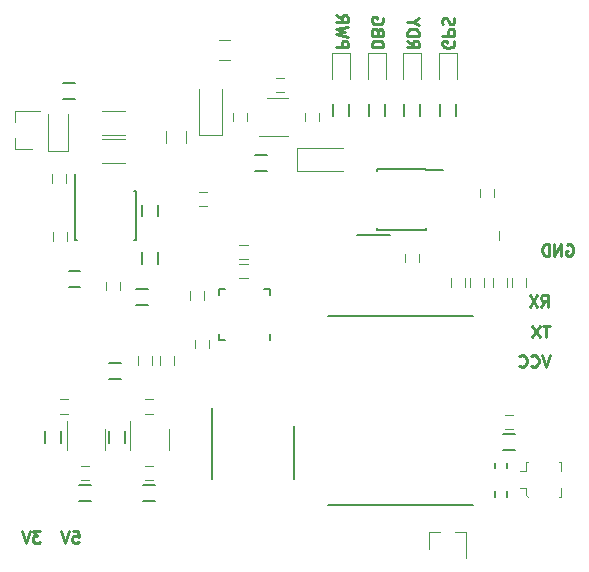
<source format=gbo>
G04 #@! TF.GenerationSoftware,KiCad,Pcbnew,(5.0.0)*
G04 #@! TF.CreationDate,2018-08-31T18:23:00+12:00*
G04 #@! TF.ProjectId,SimpleFC,53696D706C6546432E6B696361645F70,rev?*
G04 #@! TF.SameCoordinates,Original*
G04 #@! TF.FileFunction,Legend,Bot*
G04 #@! TF.FilePolarity,Positive*
%FSLAX46Y46*%
G04 Gerber Fmt 4.6, Leading zero omitted, Abs format (unit mm)*
G04 Created by KiCad (PCBNEW (5.0.0)) date 08/31/18 18:23:00*
%MOMM*%
%LPD*%
G01*
G04 APERTURE LIST*
%ADD10C,0.250000*%
%ADD11C,0.150000*%
%ADD12C,0.120000*%
%ADD13C,0.200000*%
G04 APERTURE END LIST*
D10*
X164000000Y-77675595D02*
X164047619Y-77770833D01*
X164047619Y-77913690D01*
X164000000Y-78056547D01*
X163904761Y-78151785D01*
X163809523Y-78199404D01*
X163619047Y-78247023D01*
X163476190Y-78247023D01*
X163285714Y-78199404D01*
X163190476Y-78151785D01*
X163095238Y-78056547D01*
X163047619Y-77913690D01*
X163047619Y-77818452D01*
X163095238Y-77675595D01*
X163142857Y-77627976D01*
X163476190Y-77627976D01*
X163476190Y-77818452D01*
X163047619Y-77199404D02*
X164047619Y-77199404D01*
X164047619Y-76818452D01*
X164000000Y-76723214D01*
X163952380Y-76675595D01*
X163857142Y-76627976D01*
X163714285Y-76627976D01*
X163619047Y-76675595D01*
X163571428Y-76723214D01*
X163523809Y-76818452D01*
X163523809Y-77199404D01*
X163095238Y-76247023D02*
X163047619Y-76104166D01*
X163047619Y-75866071D01*
X163095238Y-75770833D01*
X163142857Y-75723214D01*
X163238095Y-75675595D01*
X163333333Y-75675595D01*
X163428571Y-75723214D01*
X163476190Y-75770833D01*
X163523809Y-75866071D01*
X163571428Y-76056547D01*
X163619047Y-76151785D01*
X163666666Y-76199404D01*
X163761904Y-76247023D01*
X163857142Y-76247023D01*
X163952380Y-76199404D01*
X164000000Y-76151785D01*
X164047619Y-76056547D01*
X164047619Y-75818452D01*
X164000000Y-75675595D01*
X160047619Y-77627976D02*
X160523809Y-77961309D01*
X160047619Y-78199404D02*
X161047619Y-78199404D01*
X161047619Y-77818452D01*
X161000000Y-77723214D01*
X160952380Y-77675595D01*
X160857142Y-77627976D01*
X160714285Y-77627976D01*
X160619047Y-77675595D01*
X160571428Y-77723214D01*
X160523809Y-77818452D01*
X160523809Y-78199404D01*
X160047619Y-77199404D02*
X161047619Y-77199404D01*
X161047619Y-76961309D01*
X161000000Y-76818452D01*
X160904761Y-76723214D01*
X160809523Y-76675595D01*
X160619047Y-76627976D01*
X160476190Y-76627976D01*
X160285714Y-76675595D01*
X160190476Y-76723214D01*
X160095238Y-76818452D01*
X160047619Y-76961309D01*
X160047619Y-77199404D01*
X160523809Y-76008928D02*
X160047619Y-76008928D01*
X161047619Y-76342261D02*
X160523809Y-76008928D01*
X161047619Y-75675595D01*
X157047619Y-78199404D02*
X158047619Y-78199404D01*
X158047619Y-77961309D01*
X158000000Y-77818452D01*
X157904761Y-77723214D01*
X157809523Y-77675595D01*
X157619047Y-77627976D01*
X157476190Y-77627976D01*
X157285714Y-77675595D01*
X157190476Y-77723214D01*
X157095238Y-77818452D01*
X157047619Y-77961309D01*
X157047619Y-78199404D01*
X157571428Y-76866071D02*
X157523809Y-76723214D01*
X157476190Y-76675595D01*
X157380952Y-76627976D01*
X157238095Y-76627976D01*
X157142857Y-76675595D01*
X157095238Y-76723214D01*
X157047619Y-76818452D01*
X157047619Y-77199404D01*
X158047619Y-77199404D01*
X158047619Y-76866071D01*
X158000000Y-76770833D01*
X157952380Y-76723214D01*
X157857142Y-76675595D01*
X157761904Y-76675595D01*
X157666666Y-76723214D01*
X157619047Y-76770833D01*
X157571428Y-76866071D01*
X157571428Y-77199404D01*
X158000000Y-75675595D02*
X158047619Y-75770833D01*
X158047619Y-75913690D01*
X158000000Y-76056547D01*
X157904761Y-76151785D01*
X157809523Y-76199404D01*
X157619047Y-76247023D01*
X157476190Y-76247023D01*
X157285714Y-76199404D01*
X157190476Y-76151785D01*
X157095238Y-76056547D01*
X157047619Y-75913690D01*
X157047619Y-75818452D01*
X157095238Y-75675595D01*
X157142857Y-75627976D01*
X157476190Y-75627976D01*
X157476190Y-75818452D01*
X154047619Y-78199404D02*
X155047619Y-78199404D01*
X155047619Y-77818452D01*
X155000000Y-77723214D01*
X154952380Y-77675595D01*
X154857142Y-77627976D01*
X154714285Y-77627976D01*
X154619047Y-77675595D01*
X154571428Y-77723214D01*
X154523809Y-77818452D01*
X154523809Y-78199404D01*
X155047619Y-77294642D02*
X154047619Y-77056547D01*
X154761904Y-76866071D01*
X154047619Y-76675595D01*
X155047619Y-76437500D01*
X154047619Y-75485119D02*
X154523809Y-75818452D01*
X154047619Y-76056547D02*
X155047619Y-76056547D01*
X155047619Y-75675595D01*
X155000000Y-75580357D01*
X154952380Y-75532738D01*
X154857142Y-75485119D01*
X154714285Y-75485119D01*
X154619047Y-75532738D01*
X154571428Y-75580357D01*
X154523809Y-75675595D01*
X154523809Y-76056547D01*
X172142261Y-104252380D02*
X171808928Y-105252380D01*
X171475595Y-104252380D01*
X170570833Y-105157142D02*
X170618452Y-105204761D01*
X170761309Y-105252380D01*
X170856547Y-105252380D01*
X170999404Y-105204761D01*
X171094642Y-105109523D01*
X171142261Y-105014285D01*
X171189880Y-104823809D01*
X171189880Y-104680952D01*
X171142261Y-104490476D01*
X171094642Y-104395238D01*
X170999404Y-104300000D01*
X170856547Y-104252380D01*
X170761309Y-104252380D01*
X170618452Y-104300000D01*
X170570833Y-104347619D01*
X169570833Y-105157142D02*
X169618452Y-105204761D01*
X169761309Y-105252380D01*
X169856547Y-105252380D01*
X169999404Y-105204761D01*
X170094642Y-105109523D01*
X170142261Y-105014285D01*
X170189880Y-104823809D01*
X170189880Y-104680952D01*
X170142261Y-104490476D01*
X170094642Y-104395238D01*
X169999404Y-104300000D01*
X169856547Y-104252380D01*
X169761309Y-104252380D01*
X169618452Y-104300000D01*
X169570833Y-104347619D01*
X172142261Y-101752380D02*
X171570833Y-101752380D01*
X171856547Y-102752380D02*
X171856547Y-101752380D01*
X171332738Y-101752380D02*
X170666071Y-102752380D01*
X170666071Y-101752380D02*
X171332738Y-102752380D01*
X171427976Y-100152380D02*
X171761309Y-99676190D01*
X171999404Y-100152380D02*
X171999404Y-99152380D01*
X171618452Y-99152380D01*
X171523214Y-99200000D01*
X171475595Y-99247619D01*
X171427976Y-99342857D01*
X171427976Y-99485714D01*
X171475595Y-99580952D01*
X171523214Y-99628571D01*
X171618452Y-99676190D01*
X171999404Y-99676190D01*
X171094642Y-99152380D02*
X170427976Y-100152380D01*
X170427976Y-99152380D02*
X171094642Y-100152380D01*
X173575595Y-94900000D02*
X173670833Y-94852380D01*
X173813690Y-94852380D01*
X173956547Y-94900000D01*
X174051785Y-94995238D01*
X174099404Y-95090476D01*
X174147023Y-95280952D01*
X174147023Y-95423809D01*
X174099404Y-95614285D01*
X174051785Y-95709523D01*
X173956547Y-95804761D01*
X173813690Y-95852380D01*
X173718452Y-95852380D01*
X173575595Y-95804761D01*
X173527976Y-95757142D01*
X173527976Y-95423809D01*
X173718452Y-95423809D01*
X173099404Y-95852380D02*
X173099404Y-94852380D01*
X172527976Y-95852380D01*
X172527976Y-94852380D01*
X172051785Y-95852380D02*
X172051785Y-94852380D01*
X171813690Y-94852380D01*
X171670833Y-94900000D01*
X171575595Y-94995238D01*
X171527976Y-95090476D01*
X171480357Y-95280952D01*
X171480357Y-95423809D01*
X171527976Y-95614285D01*
X171575595Y-95709523D01*
X171670833Y-95804761D01*
X171813690Y-95852380D01*
X172051785Y-95852380D01*
X131757142Y-119152380D02*
X132233333Y-119152380D01*
X132280952Y-119628571D01*
X132233333Y-119580952D01*
X132138095Y-119533333D01*
X131900000Y-119533333D01*
X131804761Y-119580952D01*
X131757142Y-119628571D01*
X131709523Y-119723809D01*
X131709523Y-119961904D01*
X131757142Y-120057142D01*
X131804761Y-120104761D01*
X131900000Y-120152380D01*
X132138095Y-120152380D01*
X132233333Y-120104761D01*
X132280952Y-120057142D01*
X131423809Y-119152380D02*
X131090476Y-120152380D01*
X130757142Y-119152380D01*
X128995238Y-119152380D02*
X128376190Y-119152380D01*
X128709523Y-119533333D01*
X128566666Y-119533333D01*
X128471428Y-119580952D01*
X128423809Y-119628571D01*
X128376190Y-119723809D01*
X128376190Y-119961904D01*
X128423809Y-120057142D01*
X128471428Y-120104761D01*
X128566666Y-120152380D01*
X128852380Y-120152380D01*
X128947619Y-120104761D01*
X128995238Y-120057142D01*
X128090476Y-119152380D02*
X127757142Y-120152380D01*
X127423809Y-119152380D01*
D11*
G04 #@! TO.C,U12*
X153400000Y-116900000D02*
X165600000Y-116900000D01*
X153400000Y-100900000D02*
X165600000Y-100900000D01*
D12*
G04 #@! TO.C,C10*
X140300000Y-105050000D02*
X140300000Y-104350000D01*
X139100000Y-104350000D02*
X139100000Y-105050000D01*
G04 #@! TO.C,C11*
X138500000Y-105050000D02*
X138500000Y-104350000D01*
X137300000Y-104350000D02*
X137300000Y-105050000D01*
G04 #@! TO.C,C12*
X167400000Y-90850000D02*
X167400000Y-90150000D01*
X166200000Y-90150000D02*
X166200000Y-90850000D01*
G04 #@! TO.C,C13*
X166600000Y-98450000D02*
X166600000Y-97750000D01*
X165400000Y-97750000D02*
X165400000Y-98450000D01*
G04 #@! TO.C,C14*
X168500000Y-98450000D02*
X168500000Y-97750000D01*
X167300000Y-97750000D02*
X167300000Y-98450000D01*
G04 #@! TO.C,C15*
X168900000Y-97750000D02*
X168900000Y-98450000D01*
X170100000Y-98450000D02*
X170100000Y-97750000D01*
G04 #@! TO.C,C16*
X163800000Y-97750000D02*
X163800000Y-98450000D01*
X165000000Y-98450000D02*
X165000000Y-97750000D01*
G04 #@! TO.C,C17*
X161100000Y-96350000D02*
X161100000Y-95650000D01*
X159900000Y-95650000D02*
X159900000Y-96350000D01*
G04 #@! TO.C,C18*
X142900000Y-99550000D02*
X142900000Y-98850000D01*
X141700000Y-98850000D02*
X141700000Y-99550000D01*
G04 #@! TO.C,C19*
X143300000Y-103650000D02*
X143300000Y-102950000D01*
X142100000Y-102950000D02*
X142100000Y-103650000D01*
G04 #@! TO.C,C20*
X145850000Y-96100000D02*
X146550000Y-96100000D01*
X146550000Y-94900000D02*
X145850000Y-94900000D01*
G04 #@! TO.C,C21*
X146550000Y-96500000D02*
X145850000Y-96500000D01*
X145850000Y-97700000D02*
X146550000Y-97700000D01*
G04 #@! TO.C,C22*
X131200000Y-89650000D02*
X131200000Y-88950000D01*
X130000000Y-88950000D02*
X130000000Y-89650000D01*
G04 #@! TO.C,C23*
X136200000Y-85620000D02*
X134200000Y-85620000D01*
X134200000Y-83580000D02*
X136200000Y-83580000D01*
G04 #@! TO.C,C24*
X134200000Y-85980000D02*
X136200000Y-85980000D01*
X136200000Y-88020000D02*
X134200000Y-88020000D01*
G04 #@! TO.C,C25*
X134550000Y-98050000D02*
X134550000Y-98750000D01*
X135750000Y-98750000D02*
X135750000Y-98050000D01*
G04 #@! TO.C,C26*
X130100000Y-93850000D02*
X130100000Y-94550000D01*
X131300000Y-94550000D02*
X131300000Y-93850000D01*
G04 #@! TO.C,C27*
X139650000Y-86250000D02*
X139650000Y-85250000D01*
X141350000Y-85250000D02*
X141350000Y-86250000D01*
G04 #@! TO.C,C28*
X144100000Y-77550000D02*
X145100000Y-77550000D01*
X145100000Y-79250000D02*
X144100000Y-79250000D01*
G04 #@! TO.C,C30*
X152600000Y-84450000D02*
X152600000Y-83750000D01*
X151400000Y-83750000D02*
X151400000Y-84450000D01*
G04 #@! TO.C,C31*
X145300000Y-83750000D02*
X145300000Y-84450000D01*
X146500000Y-84450000D02*
X146500000Y-83750000D01*
G04 #@! TO.C,C32*
X149650000Y-80800000D02*
X148950000Y-80800000D01*
X148950000Y-82000000D02*
X149650000Y-82000000D01*
G04 #@! TO.C,C34*
X143150000Y-90400000D02*
X142450000Y-90400000D01*
X142450000Y-91600000D02*
X143150000Y-91600000D01*
G04 #@! TO.C,C36*
X138550000Y-113600000D02*
X137850000Y-113600000D01*
X137850000Y-114800000D02*
X138550000Y-114800000D01*
G04 #@! TO.C,C37*
X138550000Y-108000000D02*
X137850000Y-108000000D01*
X137850000Y-109200000D02*
X138550000Y-109200000D01*
G04 #@! TO.C,C38*
X132450000Y-114800000D02*
X133150000Y-114800000D01*
X133150000Y-113600000D02*
X132450000Y-113600000D01*
G04 #@! TO.C,C40*
X131350000Y-108000000D02*
X130650000Y-108000000D01*
X130650000Y-109200000D02*
X131350000Y-109200000D01*
G04 #@! TO.C,D1*
X131350000Y-87000000D02*
X129650000Y-87000000D01*
X129650000Y-87000000D02*
X129650000Y-83850000D01*
X131350000Y-87000000D02*
X131350000Y-83850000D01*
G04 #@! TO.C,D4*
X144400000Y-85600000D02*
X142400000Y-85600000D01*
X142400000Y-85600000D02*
X142400000Y-81700000D01*
X144400000Y-85600000D02*
X144400000Y-81700000D01*
G04 #@! TO.C,D5*
X150750000Y-88700000D02*
X154650000Y-88700000D01*
X150750000Y-86700000D02*
X154650000Y-86700000D01*
X150750000Y-88700000D02*
X150750000Y-86700000D01*
G04 #@! TO.C,D6*
X153740000Y-80900000D02*
X153740000Y-78630000D01*
X153740000Y-78630000D02*
X155260000Y-78630000D01*
X155260000Y-78630000D02*
X155260000Y-80900000D01*
G04 #@! TO.C,D7*
X164260000Y-78630000D02*
X164260000Y-80900000D01*
X162740000Y-78630000D02*
X164260000Y-78630000D01*
X162740000Y-80900000D02*
X162740000Y-78630000D01*
G04 #@! TO.C,D8*
X159740000Y-80900000D02*
X159740000Y-78630000D01*
X159740000Y-78630000D02*
X161260000Y-78630000D01*
X161260000Y-78630000D02*
X161260000Y-80900000D01*
G04 #@! TO.C,D9*
X158260000Y-78630000D02*
X158260000Y-80900000D01*
X156740000Y-78630000D02*
X158260000Y-78630000D01*
X156740000Y-80900000D02*
X156740000Y-78630000D01*
G04 #@! TO.C,D11*
X161920000Y-119240000D02*
X161920000Y-120700000D01*
X165080000Y-119240000D02*
X165080000Y-121400000D01*
X165080000Y-119240000D02*
X164150000Y-119240000D01*
X161920000Y-119240000D02*
X162850000Y-119240000D01*
D11*
G04 #@! TO.C,L1*
X135800000Y-104925000D02*
X134800000Y-104925000D01*
X134800000Y-106275000D02*
X135800000Y-106275000D01*
D12*
G04 #@! TO.C,Q1*
X126840000Y-86780000D02*
X126840000Y-85850000D01*
X126840000Y-83620000D02*
X126840000Y-84550000D01*
X126840000Y-83620000D02*
X129000000Y-83620000D01*
X126840000Y-86780000D02*
X128300000Y-86780000D01*
D11*
G04 #@! TO.C,R1*
X147200000Y-88675000D02*
X148200000Y-88675000D01*
X148200000Y-87325000D02*
X147200000Y-87325000D01*
G04 #@! TO.C,R6*
X131400000Y-98475000D02*
X132400000Y-98475000D01*
X132400000Y-97125000D02*
X131400000Y-97125000D01*
G04 #@! TO.C,R7*
X137625000Y-91500000D02*
X137625000Y-92500000D01*
X138975000Y-92500000D02*
X138975000Y-91500000D01*
G04 #@! TO.C,R9*
X130900000Y-82575000D02*
X131900000Y-82575000D01*
X131900000Y-81225000D02*
X130900000Y-81225000D01*
G04 #@! TO.C,R10*
X137625000Y-95500000D02*
X137625000Y-96500000D01*
X138975000Y-96500000D02*
X138975000Y-95500000D01*
G04 #@! TO.C,R11*
X137100000Y-99975000D02*
X138100000Y-99975000D01*
X138100000Y-98625000D02*
X137100000Y-98625000D01*
G04 #@! TO.C,R13*
X155175000Y-84000000D02*
X155175000Y-83000000D01*
X153825000Y-83000000D02*
X153825000Y-84000000D01*
G04 #@! TO.C,R14*
X162825000Y-83000000D02*
X162825000Y-84000000D01*
X164175000Y-84000000D02*
X164175000Y-83000000D01*
G04 #@! TO.C,R15*
X161175000Y-84000000D02*
X161175000Y-83000000D01*
X159825000Y-83000000D02*
X159825000Y-84000000D01*
G04 #@! TO.C,R16*
X156825000Y-83000000D02*
X156825000Y-84000000D01*
X158175000Y-84000000D02*
X158175000Y-83000000D01*
G04 #@! TO.C,R17*
X134825000Y-110700000D02*
X134825000Y-111700000D01*
X136175000Y-111700000D02*
X136175000Y-110700000D01*
G04 #@! TO.C,R18*
X138700000Y-115225000D02*
X137700000Y-115225000D01*
X137700000Y-116575000D02*
X138700000Y-116575000D01*
G04 #@! TO.C,R20*
X130775000Y-111700000D02*
X130775000Y-110700000D01*
X129425000Y-110700000D02*
X129425000Y-111700000D01*
G04 #@! TO.C,R21*
X132300000Y-116575000D02*
X133300000Y-116575000D01*
X133300000Y-115225000D02*
X132300000Y-115225000D01*
D12*
G04 #@! TO.C,U2*
X167800000Y-94500000D02*
X167800000Y-93700000D01*
D11*
G04 #@! TO.C,U3*
X148450000Y-98650000D02*
X147925000Y-98650000D01*
X144150000Y-102950000D02*
X144675000Y-102950000D01*
X144150000Y-98650000D02*
X144675000Y-98650000D01*
D13*
X148450000Y-102950000D02*
X148450000Y-102425000D01*
D11*
X144150000Y-102950000D02*
X144150000Y-102425000D01*
X144150000Y-98650000D02*
X144150000Y-99175000D01*
X148450000Y-98650000D02*
X148450000Y-99175000D01*
D13*
G04 #@! TO.C,U4*
X158600000Y-94075000D02*
X155800000Y-94075000D01*
D11*
G04 #@! TO.C,U5*
X131925000Y-90325000D02*
X131975000Y-90325000D01*
X131925000Y-94475000D02*
X132070000Y-94475000D01*
X137075000Y-94475000D02*
X136930000Y-94475000D01*
X137075000Y-90325000D02*
X136930000Y-90325000D01*
X131925000Y-90325000D02*
X131925000Y-94475000D01*
X137075000Y-90325000D02*
X137075000Y-94475000D01*
X131975000Y-90325000D02*
X131975000Y-88925000D01*
D12*
G04 #@! TO.C,U6*
X148200000Y-82440000D02*
X150000000Y-82440000D01*
X150000000Y-85660000D02*
X147550000Y-85660000D01*
D11*
G04 #@! TO.C,U7*
X161675000Y-88575000D02*
X163075000Y-88575000D01*
X161675000Y-93675000D02*
X157525000Y-93675000D01*
X161675000Y-88525000D02*
X157525000Y-88525000D01*
X161675000Y-93675000D02*
X161675000Y-93530000D01*
X157525000Y-93675000D02*
X157525000Y-93530000D01*
X157525000Y-88525000D02*
X157525000Y-88670000D01*
X161675000Y-88525000D02*
X161675000Y-88575000D01*
D12*
G04 #@! TO.C,U8*
X136640000Y-112300000D02*
X136640000Y-109850000D01*
X139860000Y-110500000D02*
X139860000Y-112300000D01*
D11*
G04 #@! TO.C,U9*
X150450000Y-110275000D02*
X150450000Y-114725000D01*
X143550000Y-108750000D02*
X143550000Y-114725000D01*
D12*
G04 #@! TO.C,U10*
X134460000Y-110500000D02*
X134460000Y-112300000D01*
X131240000Y-112300000D02*
X131240000Y-109850000D01*
G04 #@! TO.C,C42*
X169050000Y-109300000D02*
X168350000Y-109300000D01*
X168350000Y-110500000D02*
X169050000Y-110500000D01*
D11*
G04 #@! TO.C,D13*
X167475000Y-116250000D02*
X167475000Y-115750000D01*
X168525000Y-115750000D02*
X168525000Y-116250000D01*
D12*
G04 #@! TO.C,J8*
X170100000Y-114100000D02*
X169600000Y-114100000D01*
X170100000Y-115500000D02*
X169600000Y-115500000D01*
X170100000Y-115500000D02*
X170100000Y-116100000D01*
X170100000Y-116100000D02*
X170300000Y-116300000D01*
X170300000Y-113300000D02*
X170100000Y-113300000D01*
X170100000Y-113300000D02*
X170100000Y-114100000D01*
X173100000Y-114100000D02*
X173100000Y-113300000D01*
X173100000Y-113300000D02*
X172900000Y-113300000D01*
X172900000Y-116300000D02*
X173100000Y-116300000D01*
X173100000Y-116300000D02*
X173100000Y-115500000D01*
D11*
G04 #@! TO.C,L3*
X168525000Y-113350000D02*
X168525000Y-113850000D01*
X167475000Y-113850000D02*
X167475000Y-113350000D01*
G04 #@! TO.C,R28*
X168200000Y-112275000D02*
X169200000Y-112275000D01*
X169200000Y-110925000D02*
X168200000Y-110925000D01*
G04 #@! TD*
M02*

</source>
